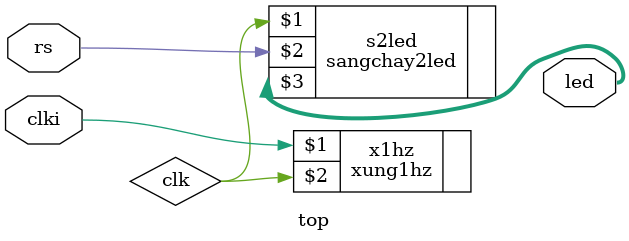
<source format=v>
`timescale 1ns / 1ps
module top(
input clki,
input rs,
output [7:0]led
    );
wire clk;
xung1hz x1hz(clki,clk);	

//module sangchay2led(    input wire clk,         input wire rs,          output wire [7:0]led       );
sangchay2led s2led(clk,rs,led);
endmodule

</source>
